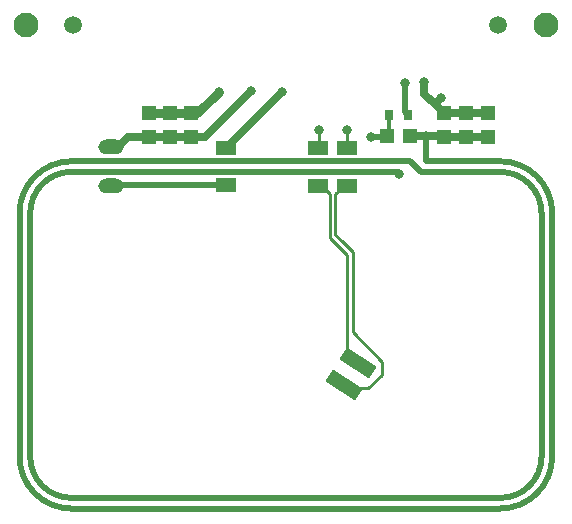
<source format=gbl>
G04*
G04 #@! TF.GenerationSoftware,Altium Limited,Altium Designer,20.0.13 (296)*
G04*
G04 Layer_Physical_Order=2*
G04 Layer_Color=16711680*
%FSLAX44Y44*%
%MOMM*%
G71*
G01*
G75*
%ADD11C,0.2540*%
%ADD23C,0.5080*%
%ADD26C,0.3048*%
%ADD28C,0.7620*%
%ADD30C,2.1000*%
%ADD31C,1.5000*%
%ADD32C,0.8128*%
G04:AMPARAMS|DCode=33|XSize=1.2mm|YSize=3mm|CornerRadius=0mm|HoleSize=0mm|Usage=FLASHONLY|Rotation=237.000|XOffset=0mm|YOffset=0mm|HoleType=Round|Shape=Rectangle|*
%AMROTATEDRECTD33*
4,1,4,-0.9312,1.3202,1.5848,-0.3138,0.9312,-1.3202,-1.5848,0.3138,-0.9312,1.3202,0.0*
%
%ADD33ROTATEDRECTD33*%

%ADD34R,1.7500X1.2000*%
%ADD35R,1.3000X1.1500*%
%ADD36R,0.7620X0.8382*%
%ADD37R,1.1500X1.3000*%
%ADD38O,2.1590X1.2700*%
%ADD39C,0.6350*%
%ADD40C,0.3050*%
D11*
X51500Y-75070D02*
Y-60000D01*
X51750Y-59750D01*
X27500Y-75070D02*
X27750Y-74820D01*
Y-60250D01*
X47375Y-154375D02*
X56500Y-163500D01*
Y-231300D02*
X81300Y-256100D01*
X56500Y-231300D02*
Y-163500D01*
X37250Y-151500D02*
X51900Y-166150D01*
X30320Y-107070D02*
X37250Y-114000D01*
Y-151500D02*
Y-114000D01*
X42000Y-149000D02*
X47375Y-154375D01*
X42000Y-114000D02*
X48930Y-107070D01*
X42000Y-149000D02*
Y-114000D01*
X51900Y-248050D02*
Y-166150D01*
X27500Y-107070D02*
X30320D01*
X48930D02*
X51500D01*
X52117Y-278700D02*
X69700D01*
X81300Y-267100D02*
Y-256100D01*
X69700Y-278700D02*
X81300Y-267100D01*
X49118Y-275701D02*
X52117Y-278700D01*
X51900Y-248050D02*
X61100Y-257250D01*
D23*
X225500Y-130500D02*
G03*
X181500Y-86500I-44000J0D01*
G01*
X216500Y-130500D02*
G03*
X181500Y-95500I-35000J0D01*
G01*
Y-380500D02*
G03*
X225500Y-336500I0J44000D01*
G01*
X181500Y-371500D02*
G03*
X216500Y-336500I0J35000D01*
G01*
X-181500Y-95500D02*
G03*
X-216500Y-130500I0J-35000D01*
G01*
X-181500Y-86500D02*
G03*
X-225500Y-130500I0J-44000D01*
G01*
Y-336500D02*
G03*
X-181500Y-380500I44000J0D01*
G01*
X-216500Y-336500D02*
G03*
X-181500Y-371500I35000J0D01*
G01*
X118500Y-86500D02*
X181500D01*
X225500Y-336500D02*
Y-130500D01*
X216500Y-336500D02*
Y-130500D01*
X114000Y-95500D02*
X181500D01*
X-181500Y-86500D02*
X105000D01*
X-181500Y-95500D02*
X95500D01*
X-181500Y-380500D02*
X181500D01*
X-181500Y-371500D02*
X181500D01*
X-216500Y-336500D02*
Y-130500D01*
X-225500Y-336500D02*
Y-130500D01*
X100500Y-44372D02*
Y-20000D01*
Y-44372D02*
X103628Y-47500D01*
X105000Y-86500D02*
X114000Y-95500D01*
X118500Y-86500D02*
Y-65500D01*
X72500Y-66000D02*
X85000D01*
X85500Y-65500D01*
X-147902Y-107757D02*
X-147145Y-107000D01*
X-50500D01*
D26*
X72500Y-66000D02*
X73000Y-65500D01*
D28*
X-75500Y-46000D02*
X-57000Y-27500D01*
X-80000Y-46000D02*
X-75500D01*
X-98000D02*
X-80000D01*
X-116000D02*
X-98000D01*
D30*
X220000Y29203D02*
D03*
X-220000D02*
D03*
D31*
X180000D02*
D03*
X-180000D02*
D03*
D32*
X131500Y-32750D02*
D03*
X27750Y-60250D02*
D03*
X116750Y-19250D02*
D03*
X51750Y-59750D02*
D03*
X-57000Y-27500D02*
D03*
X-29500Y-27250D02*
D03*
X95500Y-97000D02*
D03*
X-3500Y-28000D02*
D03*
X100500Y-20000D02*
D03*
X118500Y-65500D02*
D03*
X72500Y-66000D02*
D03*
D33*
X61100Y-257250D02*
D03*
X49118Y-275701D02*
D03*
D34*
X27500Y-75070D02*
D03*
Y-107070D02*
D03*
X51500Y-75070D02*
D03*
Y-107070D02*
D03*
X-50500Y-107000D02*
D03*
Y-75000D02*
D03*
D35*
X171500Y-46000D02*
D03*
Y-66000D02*
D03*
X152500D02*
D03*
Y-46000D02*
D03*
X133500Y-66000D02*
D03*
Y-46000D02*
D03*
X-80000Y-66000D02*
D03*
Y-46000D02*
D03*
X-98000Y-66000D02*
D03*
Y-46000D02*
D03*
X-116000Y-66000D02*
D03*
Y-46000D02*
D03*
D36*
X87372Y-47500D02*
D03*
X103628D02*
D03*
D37*
X85500Y-65500D02*
D03*
X105500D02*
D03*
D38*
X-147902Y-74257D02*
D03*
Y-107757D02*
D03*
D39*
X125875Y-38375D02*
X133500Y-46000D01*
X116750Y-29250D02*
X125875Y-38375D01*
X131500Y-32750D01*
Y-32750D01*
X116750Y-29250D02*
Y-19250D01*
X132500Y-65500D02*
X133500Y-64500D01*
X-68500Y-66000D02*
X-29500Y-27000D01*
Y-27250D02*
Y-27000D01*
X-80000Y-66000D02*
X-68500D01*
X-3500Y-28000D02*
X-3500D01*
X-3000Y-27500D01*
X-50500Y-75000D02*
X-3000Y-27500D01*
X133500Y-46000D02*
Y-46000D01*
X152500Y-46000D02*
X171000D01*
X133500D02*
X152500D01*
Y-66000D02*
X171000D01*
X133500D02*
X152500D01*
X118500Y-65500D02*
X132500D01*
X105500D02*
X118500D01*
X-98000Y-66000D02*
X-80000D01*
X-116000D02*
X-98000D01*
X-134000D02*
X-116000D01*
X-142257Y-74257D02*
X-134000Y-66000D01*
X-147902Y-74257D02*
X-142257D01*
D40*
X85500Y-65500D02*
X87372Y-63628D01*
Y-47500D01*
M02*

</source>
